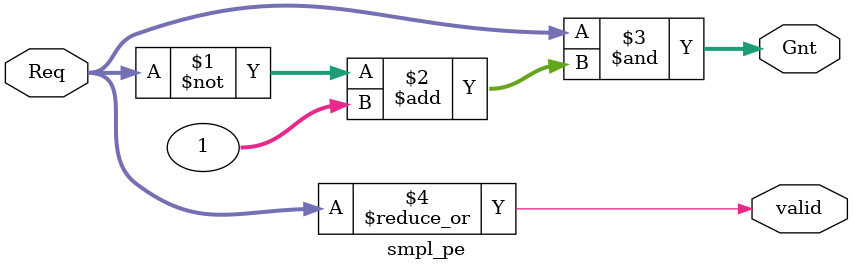
<source format=v>
module smpl_pe #(
  parameter WIDTH = 512
)(
    input              [WIDTH-1: 0]        Req                        ,
    output             [WIDTH-1: 0]        Gnt                        ,
    output                              valid                       
);
    assign Gnt = Req & (~Req + 1);
    assign valid = |Req;
                                                                   
endmodule

</source>
